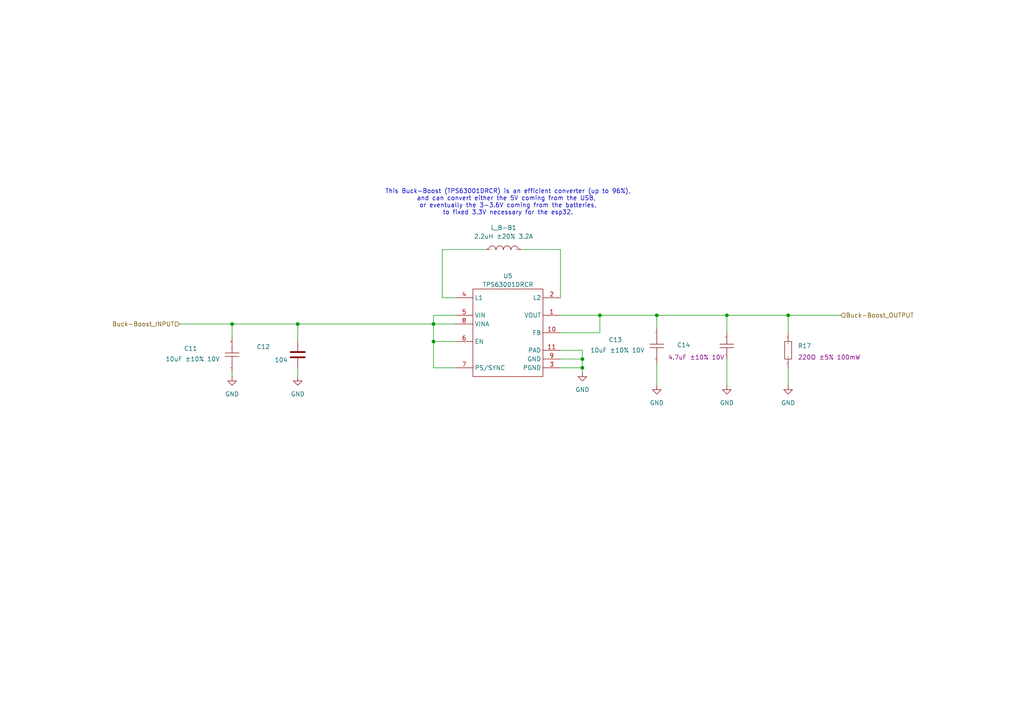
<source format=kicad_sch>
(kicad_sch (version 20250114) (generator "eeschema") (generator_version "9.0")
  (paper "A4")
  (lib_symbols
    (symbol "CL10A106KP8NNNC_1"
      (property "Reference" "C" (at 0 4.318 0))
      (symbol "CL10A106KP8NNNC_1_1_0"
        (polyline (pts (xy -0.508 0) (xy -2.54 0)))
        (polyline (pts (xy -0.508 -2.032) (xy -0.508 2.032)))
        (polyline (pts (xy 0.508 2.032) (xy 0.508 -2.032)))
        (polyline (pts (xy 2.54 0) (xy 0.508 0)))
        (pin input line (at -5.08 0 0) (length 2.54) (name "1") (number "1"))
        (pin input line (at 5.08 0 180) (length 2.54) (name "2") (number "2"))
      )
    )
    (symbol "Device:C" (pin_numbers (hide yes)) (pin_names (offset 0.254))
      (property "Reference" "C" (at 0.635 2.54 0))
      (property "Value" "C" (at 0.635 -2.54 0))
      (symbol "C_0_1"
        (polyline (pts (xy -2.032 0.762) (xy 2.032 0.762)) (stroke (width 0.508)))
        (polyline (pts (xy -2.032 -0.762) (xy 2.032 -0.762)) (stroke (width 0.508)))
      )
      (symbol "C_1_1"
        (pin passive line (at 0 3.81 270) (length 2.794) (name "~") (number "1"))
        (pin passive line (at 0 -3.81 90) (length 2.794) (name "~") (number "2"))
      )
    )
    (symbol "GND_1" (power) (pin_numbers (hide yes)) (pin_names (offset 0) (hide yes))
      (property "Value" "GND" (at 0 -3.81 0))
      (symbol "GND_1_0_1"
        (polyline (pts (xy 0 0) (xy 0 -1.27) (xy 1.27 -1.27) (xy 0 -2.54) (xy -1.27 -1.27) (xy 0 -1.27)))
      )
      (symbol "GND_1_1_1"
        (pin power_in line (at 0 0 270) (length 0) (name "~") (number "1"))
      )
    )
    (symbol "My_Personal_Symbols_Library:0603WAJ0221T5E"
      (property "Reference" "R" (at 0 2.286 0))
      (symbol "0603WAJ0221T5E_1_0"
        (rectangle (start -2.54 -1.016) (end 2.54 1.016))
        (pin input line (at -5.08 0 0) (length 2.54) (name "1") (number "1"))
        (pin input line (at 5.08 0 180) (length 2.54) (name "2") (number "2"))
      )
    )
    (symbol "My_Personal_Symbols_Library:CL10A475KP8NNNC"
      (property "Reference" "C" (at 0 3.556 0))
      (symbol "CL10A475KP8NNNC_1_0"
        (polyline (pts (xy -1.27 0) (xy -0.508 0)))
        (polyline (pts (xy -0.508 2.032) (xy -0.508 -2.032)))
        (polyline (pts (xy 0.508 2.032) (xy 0.508 -2.032)))
        (polyline (pts (xy 0.508 0) (xy 1.27 0)))
        (pin input line (at -3.81 0 0) (length 2.54) (name "1") (number "1"))
        (pin input line (at 3.81 0 180) (length 2.54) (name "2") (number "2"))
      )
    )
    (symbol "My_Personal_Symbols_Library:SWPA4018S2R2MT"
      (property "Reference" "L" (at 0.254 3.302 0))
      (symbol "SWPA4018S2R2MT_1_0"
        (polyline (pts (xy -4.2672 0) (xy -4.2164 0.4318) (xy -4.2164 0.4318) (xy -4.0132 0.7874) (xy -4.0132 0.7874) (xy -3.6576 1.016) (xy -3.6576 1.016) (xy -3.2512 1.0922) (xy -3.2512 1.0922) (xy -2.8702 1.016) (xy -2.8702 1.016) (xy -2.5146 0.7874) (xy -2.5146 0.7874) (xy -2.3114 0.4064) (xy -2.3114 0.4064) (xy -2.2606 0)))
        (polyline (pts (xy -2.1082 0) (xy -2.0828 0.4318) (xy -2.0828 0.4318) (xy -1.8542 0.7874) (xy -1.8542 0.7874) (xy -1.524 1.016) (xy -1.524 1.016) (xy -1.1176 1.0922) (xy -1.1176 1.0922) (xy -0.7112 1.016) (xy -0.7112 1.016) (xy -0.3556 0.7874) (xy -0.3556 0.7874) (xy -0.1524 0.4318) (xy -0.1524 0.4318) (xy -0.1016 0)))
        (polyline (pts (xy 0 0) (xy 0.0508 0.4318) (xy 0.0508 0.4318) (xy 0.2794 0.7874) (xy 0.2794 0.7874) (xy 0.6096 1.016) (xy 0.6096 1.016) (xy 1.016 1.0922) (xy 1.016 1.0922) (xy 1.4224 1.016) (xy 1.4224 1.016) (xy 1.7526 0.7874) (xy 1.7526 0.7874) (xy 1.9812 0.4318) (xy 1.9812 0.4318) (xy 2.032 0)))
        (polyline (pts (xy 2.2098 0) (xy 2.2606 0.4064) (xy 2.2606 0.4064) (xy 2.4638 0.762) (xy 2.4638 0.762) (xy 2.8194 0.9906) (xy 2.8194 0.9906) (xy 3.2004 1.0922) (xy 3.2004 1.0922) (xy 3.6068 0.9906) (xy 3.6068 0.9906) (xy 3.9624 0.762) (xy 3.9624 0.762) (xy 4.1656 0.4064) (xy 4.1656 0.4064) (xy 4.2164 0)))
        (pin passive line (at -5.08 0 0) (length 0.762) (name "1") (number "1"))
        (pin passive line (at 5.08 0 180) (length 0.762) (name "2") (number "2"))
      )
    )
    (symbol "My_Personal_Symbols_Library:TPS63001DRCR"
      (property "Reference" "U" (at 0 14.224 0))
      (symbol "TPS63001DRCR_1_0"
        (rectangle (start -10.16 -12.7) (end 10.16 12.7))
        (pin bidirectional line (at -15.24 10.16 0) (length 5.08) (name "L1") (number "4"))
        (pin input line (at -15.24 5.08 0) (length 5.08) (name "VIN") (number "5"))
        (pin input line (at -15.24 2.54 0) (length 5.08) (name "VINA") (number "8"))
        (pin input line (at -15.24 -2.54 0) (length 5.08) (name "EN") (number "6"))
        (pin input line (at -15.24 -10.16 0) (length 5.08) (name "PS/SYNC") (number "7"))
        (pin bidirectional line (at 15.24 10.16 180) (length 5.08) (name "L2") (number "2"))
        (pin passive line (at 15.24 5.08 180) (length 5.08) (name "VOUT") (number "1"))
        (pin passive line (at 15.24 0 180) (length 5.08) (name "FB") (number "10"))
        (pin power_in line (at 15.24 -5.08 180) (length 5.08) (name "PAD") (number "11"))
        (pin power_in line (at 15.24 -7.62 180) (length 5.08) (name "GND") (number "9"))
        (pin power_in line (at 15.24 -10.16 180) (length 5.08) (name "PGND") (number "3"))
      )
    )
  )
  (text "This Buck-Boost (TPS63001DRCR) is an efficient converter (up to 96%),\nand can convert either the 5V coming from the USB, \nor eventually the 3-3.6V coming from the batteries,\nto fixed 3.3V necessary for the esp32." (at 147.32 58.674 0) (effects (font (size 1.27 1.27))))
  (junction (at 125.73 99.06))
  (junction (at 173.99 91.44))
  (junction (at 168.91 106.68))
  (junction (at 228.6 91.44))
  (junction (at 67.31 93.98))
  (junction (at 168.91 104.14))
  (junction (at 86.36 93.98))
  (junction (at 210.82 91.44))
  (junction (at 125.73 93.98))
  (junction (at 190.5 91.44))
  (wire (pts (xy 125.73 99.06) (xy 125.73 93.98)))
  (wire (pts (xy 140.97 72.39) (xy 128.27 72.39)))
  (wire (pts (xy 210.82 104.14) (xy 210.82 111.76)))
  (wire (pts (xy 128.27 72.39) (xy 128.27 86.36)))
  (wire (pts (xy 132.08 93.98) (xy 125.73 93.98)))
  (wire (pts (xy 190.5 91.44) (xy 210.82 91.44)))
  (wire (pts (xy 162.56 96.52) (xy 173.99 96.52)))
  (wire (pts (xy 132.08 91.44) (xy 125.73 91.44)))
  (wire (pts (xy 67.31 93.98) (xy 67.31 97.79)))
  (wire (pts (xy 52.07 93.98) (xy 67.31 93.98)))
  (wire (pts (xy 228.6 91.44) (xy 243.84 91.44)))
  (wire (pts (xy 168.91 104.14) (xy 162.56 104.14)))
  (wire (pts (xy 162.56 91.44) (xy 173.99 91.44)))
  (wire (pts (xy 190.5 105.41) (xy 190.5 111.76)))
  (wire (pts (xy 125.73 91.44) (xy 125.73 93.98)))
  (wire (pts (xy 86.36 93.98) (xy 125.73 93.98)))
  (wire (pts (xy 168.91 101.6) (xy 168.91 104.14)))
  (wire (pts (xy 228.6 91.44) (xy 228.6 96.52)))
  (wire (pts (xy 162.56 72.39) (xy 151.13 72.39)))
  (wire (pts (xy 168.91 106.68) (xy 168.91 104.14)))
  (wire (pts (xy 228.6 106.68) (xy 228.6 111.76)))
  (wire (pts (xy 168.91 107.95) (xy 168.91 106.68)))
  (wire (pts (xy 162.56 101.6) (xy 168.91 101.6)))
  (wire (pts (xy 128.27 86.36) (xy 132.08 86.36)))
  (wire (pts (xy 162.56 86.36) (xy 162.56 72.39)))
  (wire (pts (xy 132.08 106.68) (xy 125.73 106.68)))
  (wire (pts (xy 86.36 106.68) (xy 86.36 109.22)))
  (wire (pts (xy 125.73 106.68) (xy 125.73 99.06)))
  (wire (pts (xy 162.56 106.68) (xy 168.91 106.68)))
  (wire (pts (xy 173.99 91.44) (xy 190.5 91.44)))
  (wire (pts (xy 86.36 93.98) (xy 86.36 99.06)))
  (wire (pts (xy 125.73 99.06) (xy 132.08 99.06)))
  (wire (pts (xy 210.82 91.44) (xy 210.82 96.52)))
  (wire (pts (xy 67.31 93.98) (xy 86.36 93.98)))
  (wire (pts (xy 173.99 96.52) (xy 173.99 91.44)))
  (wire (pts (xy 67.31 107.95) (xy 67.31 109.22)))
  (wire (pts (xy 210.82 91.44) (xy 228.6 91.44)))
  (wire (pts (xy 190.5 91.44) (xy 190.5 95.25)))
  (hierarchical_label "Buck-Boost_OUTPUT" (shape input) (at 243.84 91.44 0))
  (hierarchical_label "Buck-Boost_INPUT" (shape input) (at 52.07 93.98 180))
  (symbol (lib_name "GND_1") (lib_id "power:GND") (at 190.5 111.76 0) (unit 1)
    (property "Reference" "#PWR051" (effects (hide yes)))
    (property "Value" "GND" (at 190.5 116.84 0))
    (property "Description" "Power symbol creates a global label with name \"GND\" , ground" (effects (hide yes)))
  )
  (symbol (lib_name "GND_1") (lib_id "power:GND") (at 67.31 109.22 0) (unit 1)
    (property "Reference" "#PWR047" (effects (hide yes)))
    (property "Value" "GND" (at 67.31 114.3 0))
    (property "Description" "Power symbol creates a global label with name \"GND\" , ground" (effects (hide yes)))
  )
  (symbol (lib_name "GND_1") (lib_id "power:GND") (at 86.36 109.22 0) (unit 1)
    (property "Reference" "#PWR048" (effects (hide yes)))
    (property "Value" "GND" (at 86.36 114.3 0))
    (property "Description" "Power symbol creates a global label with name \"GND\" , ground" (effects (hide yes)))
  )
  (symbol (lib_id "My_Personal_Symbols_Library:TPS63001DRCR") (at 147.32 96.52 0) (unit 1)
    (property "Reference" "U5" (at 147.32 80.01 0))
    (property "Value" "TPS63001DRCR" (at 147.32 82.55 0))
    (property "Footprint" "My_Personal_Footprints_Library:TPS63001DRCR" (effects (hide yes)))
    (property "Datasheet" "https://www.ti.com/cn/lit/gpn/tps63001" (effects (hide yes)))
    (property "Description" "Function:Boost type Output Type:Fixed Voltage - Supply:1.8V~5.5V Voltage - Supply:1.8V~5.5V Output Voltage:3.3V Output Voltage:3.3V Output Current:- Frequency - Switching:1.5MHz Frequency - Switching:1.5MHz Operating Temperature:-40°C~+85°C@(TA) Operating T" (effects (hide yes)))
    (property "Manufacturer Part" "TPS63001DRCR" (effects (hide yes)))
    (property "Manufacturer" "TI(德州仪器)" (effects (hide yes)))
    (property "Supplier Part" "C28060" (effects (hide yes)))
    (property "Supplier" "LCSC" (effects (hide yes)))
    (property "LCSC Part Name" "高效率单电感升降压转换器" (effects (hide yes)))
  )
  (symbol (lib_id "My_Personal_Symbols_Library:0603WAJ0221T5E") (at 228.6 101.6 90) (unit 1)
    (property "Reference" "R17" (at 231.394 100.33 90) (effects (justify right)))
    (property "Value" "220Ω" (effects (hide yes)))
    (property "Footprint" "My_Personal_Footprints_Library:0603WAJ0221T5E" (effects (hide yes)))
    (property "Datasheet" "https://atta.szlcsc.com/upload/public/pdf/source/20200306/C422600_1E6D84923E4A46A82E41ADD87F860B5C.pdf" (effects (hide yes)))
    (property "Description" "Type:Thick Film Resistors Resistance: Tolerance:±5% Tolerance:±5% Power(Watts): Overload Voltage (Max): Temperature Coefficient:±100ppm/°C Temperature Coefficient:±100ppm/°C Operating Temperature Range:-55°C~+155°C Operating Temperature Range:-55°C~+155°C" (effects (hide yes)))
    (property "Manufacturer Part" "0603WAJ0221T5E" (effects (hide yes)))
    (property "Manufacturer" "UNI-ROYAL(厚声)" (effects (hide yes)))
    (property "Supplier Part" "C1226" (effects (hide yes)))
    (property "Supplier" "LCSC" (effects (hide yes)))
    (property "LCSC Part Name" "220Ω ±5% 100mW" (at 240.538 103.632 90))
    (property "REF" "C1226" (effects (hide yes)))
  )
  (symbol (lib_name "CL10A106KP8NNNC_1") (lib_id "My_Personal_Symbols_Library:CL10A106KP8NNNC") (at 67.31 102.87 90) (unit 1)
    (property "Reference" "C11" (at 53.34 101.092 90) (effects (justify right)))
    (property "Value" "10uF ±10% 10V" (at 55.88 104.14 90))
    (property "Footprint" "My_Personal_Footprints_Library:CL10A106KP8NNNC" (effects (hide yes)))
    (property "Datasheet" "https://atta.szlcsc.com/upload/public/pdf/source/20160218/1457707763339.pdf" (effects (hide yes)))
    (property "Description" "Capacitance: Tolerance:±10% Tolerance:±10% Voltage Rated: Temperature Coefficient:" (effects (hide yes)))
    (property "Manufacturer Part" "CL10A106KP8NNNC" (effects (hide yes)))
    (property "Manufacturer" "SAMSUNG(三星)" (effects (hide yes)))
    (property "Supplier Part" "C19702" (effects (hide yes)))
    (property "Supplier" "LCSC" (effects (hide yes)))
    (property "LCSC Part Name" "10uF ±10% 10V" (effects (hide yes)))
  )
  (symbol (lib_name "GND_1") (lib_id "power:GND") (at 168.91 107.95 0) (unit 1)
    (property "Reference" "#PWR050" (effects (hide yes)))
    (property "Value" "GND" (at 168.91 113.03 0))
    (property "Description" "Power symbol creates a global label with name \"GND\" , ground" (effects (hide yes)))
  )
  (symbol (lib_id "My_Personal_Symbols_Library:CL10A475KP8NNNC") (at 210.82 100.33 90) (unit 1)
    (property "Reference" "C14" (at 196.342 100.076 90) (effects (justify right)))
    (property "Value" "4.7uF" (effects (hide yes)))
    (property "Footprint" "My_Personal_Footprints_Library:CL10A475KP8NNNC" (effects (hide yes)))
    (property "Datasheet" "https://atta.szlcsc.com/upload/public/pdf/source/20160218/1457707763339.pdf" (effects (hide yes)))
    (property "Description" "Capacitance: Tolerance:±10% Tolerance:±10% Voltage Rated: Temperature Coefficient:" (effects (hide yes)))
    (property "Manufacturer Part" "CL10A475KP8NNNC" (effects (hide yes)))
    (property "Manufacturer" "SAMSUNG(三星)" (effects (hide yes)))
    (property "Supplier Part" "C1705" (effects (hide yes)))
    (property "Supplier" "LCSC" (effects (hide yes)))
    (property "LCSC Part Name" "4.7uF ±10% 10V" (at 201.93 103.632 90))
  )
  (symbol (lib_name "GND_1") (lib_id "power:GND") (at 210.82 111.76 0) (unit 1)
    (property "Reference" "#PWR052" (effects (hide yes)))
    (property "Value" "GND" (at 210.82 116.84 0))
    (property "Description" "Power symbol creates a global label with name \"GND\" , ground" (effects (hide yes)))
  )
  (symbol (lib_name "CL10A106KP8NNNC_1") (lib_id "My_Personal_Symbols_Library:CL10A106KP8NNNC") (at 190.5 100.33 90) (unit 1)
    (property "Reference" "C13" (at 176.53 98.552 90) (effects (justify right)))
    (property "Value" "10uF ±10% 10V" (at 179.07 101.6 90))
    (property "Footprint" "My_Personal_Footprints_Library:CL10A106KP8NNNC" (effects (hide yes)))
    (property "Datasheet" "https://atta.szlcsc.com/upload/public/pdf/source/20160218/1457707763339.pdf" (effects (hide yes)))
    (property "Description" "Capacitance: Tolerance:±10% Tolerance:±10% Voltage Rated: Temperature Coefficient:" (effects (hide yes)))
    (property "Manufacturer Part" "CL10A106KP8NNNC" (effects (hide yes)))
    (property "Manufacturer" "SAMSUNG(三星)" (effects (hide yes)))
    (property "Supplier Part" "C19702" (effects (hide yes)))
    (property "Supplier" "LCSC" (effects (hide yes)))
    (property "LCSC Part Name" "10uF ±10% 10V" (effects (hide yes)))
  )
  (symbol (lib_name "GND_1") (lib_id "power:GND") (at 228.6 111.76 0) (unit 1)
    (property "Reference" "#PWR053" (effects (hide yes)))
    (property "Value" "GND" (at 228.6 116.84 0))
    (property "Description" "Power symbol creates a global label with name \"GND\" , ground" (effects (hide yes)))
  )
  (symbol (lib_id "My_Personal_Symbols_Library:SWPA4018S2R2MT") (at 146.05 72.39 0) (unit 1)
    (property "Reference" "L_B-B1" (at 146.05 66.04 0))
    (property "Value" "2.2uH ±20% 3.2A" (at 146.05 68.58 0))
    (property "Footprint" "My_Personal_Footprints_Library:IND_2.2uH_SWPA4018S2R2MT" (effects (hide yes)))
    (property "Datasheet" "https://atta.szlcsc.com/upload/public/pdf/source/20231024/317626D2AA2F8AB4113C1875E432E6E1.pdf" (effects (hide yes)))
    (property "Description" "Inductance: Tolerance:±20% Tolerance:±20% Rated Current: Current - Saturation(Isat):3.2A DC Resistance(DCR): Type:- Ratings:-" (effects (hide yes)))
    (property "Manufacturer Part" "SWPA4018S2R2MT" (effects (hide yes)))
    (property "Manufacturer" "Sunlord(顺络)" (effects (hide yes)))
    (property "Supplier Part" "C50543" (effects (hide yes)))
    (property "Supplier" "LCSC" (effects (hide yes)))
    (property "LCSC Part Name" "2.2uH ±20% 3.2A" (effects (hide yes)))
  )
  (symbol (lib_id "Device:C") (at 86.36 102.87 0) (unit 1)
    (property "Reference" "C12" (at 74.422 100.584 0) (effects (justify left)))
    (property "Value" "104" (at 79.629 104.394 0) (effects (justify left)))
    (property "Footprint" "Capacitor_SMD:C_0805_2012Metric_Pad1.18x1.45mm_HandSolder" (effects (hide yes)))
    (property "REF" "C49678" (effects (hide yes)))
  )
)
</source>
